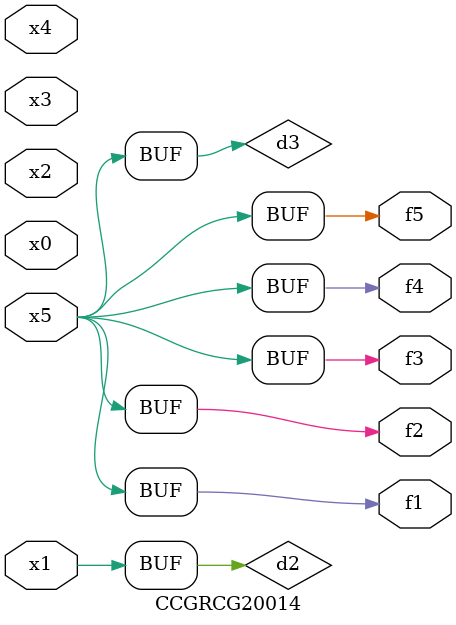
<source format=v>
module CCGRCG20014(
	input x0, x1, x2, x3, x4, x5,
	output f1, f2, f3, f4, f5
);

	wire d1, d2, d3;

	not (d1, x5);
	or (d2, x1);
	xnor (d3, d1);
	assign f1 = d3;
	assign f2 = d3;
	assign f3 = d3;
	assign f4 = d3;
	assign f5 = d3;
endmodule

</source>
